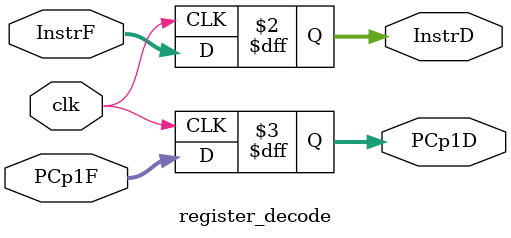
<source format=v>
`timescale 1ns / 1ps


module register_decode #(parameter WORD_SIZE = 32)
                        (input [WORD_SIZE - 1 : 0] InstrF, PCp1F,
                         input clk,
                         output reg [WORD_SIZE - 1 : 0] InstrD, PCp1D);

    always @ (posedge clk) begin
        InstrD <= InstrF;
        PCp1D <= PCp1F;
    end
endmodule

</source>
